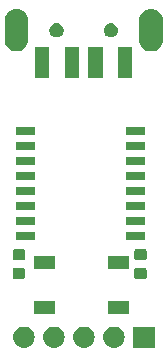
<source format=gbr>
G04 #@! TF.GenerationSoftware,KiCad,Pcbnew,5.0.2+dfsg1-1*
G04 #@! TF.CreationDate,2019-02-05T15:33:20+03:00*
G04 #@! TF.ProjectId,EvilKeys,4576696c-4b65-4797-932e-6b696361645f,1.0*
G04 #@! TF.SameCoordinates,PX7bfa480PY42c1d80*
G04 #@! TF.FileFunction,Soldermask,Top*
G04 #@! TF.FilePolarity,Negative*
%FSLAX46Y46*%
G04 Gerber Fmt 4.6, Leading zero omitted, Abs format (unit mm)*
G04 Created by KiCad (PCBNEW 5.0.2+dfsg1-1) date Tue 05 Feb 2019 03:33:20 PM MSK*
%MOMM*%
%LPD*%
G01*
G04 APERTURE LIST*
%ADD10C,0.100000*%
G04 APERTURE END LIST*
D10*
G36*
X2616430Y-28213022D02*
X2786084Y-28264486D01*
X2942428Y-28348054D01*
X3079475Y-28460525D01*
X3191946Y-28597572D01*
X3275514Y-28753916D01*
X3326978Y-28923570D01*
X3344354Y-29100000D01*
X3326978Y-29276430D01*
X3275514Y-29446084D01*
X3191946Y-29602428D01*
X3079475Y-29739475D01*
X2942428Y-29851946D01*
X2786084Y-29935514D01*
X2616430Y-29986978D01*
X2484211Y-30000000D01*
X2395789Y-30000000D01*
X2263570Y-29986978D01*
X2093916Y-29935514D01*
X1937572Y-29851946D01*
X1800525Y-29739475D01*
X1688054Y-29602428D01*
X1604486Y-29446084D01*
X1553022Y-29276430D01*
X1535646Y-29100000D01*
X1553022Y-28923570D01*
X1604486Y-28753916D01*
X1688054Y-28597572D01*
X1800525Y-28460525D01*
X1937572Y-28348054D01*
X2093916Y-28264486D01*
X2263570Y-28213022D01*
X2395789Y-28200000D01*
X2484211Y-28200000D01*
X2616430Y-28213022D01*
X2616430Y-28213022D01*
G37*
G36*
X10236430Y-28213022D02*
X10406084Y-28264486D01*
X10562428Y-28348054D01*
X10699475Y-28460525D01*
X10811946Y-28597572D01*
X10895514Y-28753916D01*
X10946978Y-28923570D01*
X10964354Y-29100000D01*
X10946978Y-29276430D01*
X10895514Y-29446084D01*
X10811946Y-29602428D01*
X10699475Y-29739475D01*
X10562428Y-29851946D01*
X10406084Y-29935514D01*
X10236430Y-29986978D01*
X10104211Y-30000000D01*
X10015789Y-30000000D01*
X9883570Y-29986978D01*
X9713916Y-29935514D01*
X9557572Y-29851946D01*
X9420525Y-29739475D01*
X9308054Y-29602428D01*
X9224486Y-29446084D01*
X9173022Y-29276430D01*
X9155646Y-29100000D01*
X9173022Y-28923570D01*
X9224486Y-28753916D01*
X9308054Y-28597572D01*
X9420525Y-28460525D01*
X9557572Y-28348054D01*
X9713916Y-28264486D01*
X9883570Y-28213022D01*
X10015789Y-28200000D01*
X10104211Y-28200000D01*
X10236430Y-28213022D01*
X10236430Y-28213022D01*
G37*
G36*
X13500000Y-30000000D02*
X11700000Y-30000000D01*
X11700000Y-28200000D01*
X13500000Y-28200000D01*
X13500000Y-30000000D01*
X13500000Y-30000000D01*
G37*
G36*
X7696430Y-28213022D02*
X7866084Y-28264486D01*
X8022428Y-28348054D01*
X8159475Y-28460525D01*
X8271946Y-28597572D01*
X8355514Y-28753916D01*
X8406978Y-28923570D01*
X8424354Y-29100000D01*
X8406978Y-29276430D01*
X8355514Y-29446084D01*
X8271946Y-29602428D01*
X8159475Y-29739475D01*
X8022428Y-29851946D01*
X7866084Y-29935514D01*
X7696430Y-29986978D01*
X7564211Y-30000000D01*
X7475789Y-30000000D01*
X7343570Y-29986978D01*
X7173916Y-29935514D01*
X7017572Y-29851946D01*
X6880525Y-29739475D01*
X6768054Y-29602428D01*
X6684486Y-29446084D01*
X6633022Y-29276430D01*
X6615646Y-29100000D01*
X6633022Y-28923570D01*
X6684486Y-28753916D01*
X6768054Y-28597572D01*
X6880525Y-28460525D01*
X7017572Y-28348054D01*
X7173916Y-28264486D01*
X7343570Y-28213022D01*
X7475789Y-28200000D01*
X7564211Y-28200000D01*
X7696430Y-28213022D01*
X7696430Y-28213022D01*
G37*
G36*
X5156430Y-28213022D02*
X5326084Y-28264486D01*
X5482428Y-28348054D01*
X5619475Y-28460525D01*
X5731946Y-28597572D01*
X5815514Y-28753916D01*
X5866978Y-28923570D01*
X5884354Y-29100000D01*
X5866978Y-29276430D01*
X5815514Y-29446084D01*
X5731946Y-29602428D01*
X5619475Y-29739475D01*
X5482428Y-29851946D01*
X5326084Y-29935514D01*
X5156430Y-29986978D01*
X5024211Y-30000000D01*
X4935789Y-30000000D01*
X4803570Y-29986978D01*
X4633916Y-29935514D01*
X4477572Y-29851946D01*
X4340525Y-29739475D01*
X4228054Y-29602428D01*
X4144486Y-29446084D01*
X4093022Y-29276430D01*
X4075646Y-29100000D01*
X4093022Y-28923570D01*
X4144486Y-28753916D01*
X4228054Y-28597572D01*
X4340525Y-28460525D01*
X4477572Y-28348054D01*
X4633916Y-28264486D01*
X4803570Y-28213022D01*
X4935789Y-28200000D01*
X5024211Y-28200000D01*
X5156430Y-28213022D01*
X5156430Y-28213022D01*
G37*
G36*
X5050000Y-27150000D02*
X3250000Y-27150000D01*
X3250000Y-26050000D01*
X5050000Y-26050000D01*
X5050000Y-27150000D01*
X5050000Y-27150000D01*
G37*
G36*
X11350000Y-27150000D02*
X9550000Y-27150000D01*
X9550000Y-26050000D01*
X11350000Y-26050000D01*
X11350000Y-27150000D01*
X11350000Y-27150000D01*
G37*
G36*
X12656908Y-23204343D02*
X12696004Y-23216203D01*
X12732040Y-23235465D01*
X12763619Y-23261381D01*
X12789535Y-23292960D01*
X12808797Y-23328996D01*
X12820657Y-23368092D01*
X12825000Y-23412189D01*
X12825000Y-23962811D01*
X12820657Y-24006908D01*
X12808797Y-24046004D01*
X12789535Y-24082040D01*
X12763619Y-24113619D01*
X12732040Y-24139535D01*
X12696004Y-24158797D01*
X12656908Y-24170657D01*
X12612811Y-24175000D01*
X11987189Y-24175000D01*
X11943092Y-24170657D01*
X11903996Y-24158797D01*
X11867960Y-24139535D01*
X11836381Y-24113619D01*
X11810465Y-24082040D01*
X11791203Y-24046004D01*
X11779343Y-24006908D01*
X11775000Y-23962811D01*
X11775000Y-23412189D01*
X11779343Y-23368092D01*
X11791203Y-23328996D01*
X11810465Y-23292960D01*
X11836381Y-23261381D01*
X11867960Y-23235465D01*
X11903996Y-23216203D01*
X11943092Y-23204343D01*
X11987189Y-23200000D01*
X12612811Y-23200000D01*
X12656908Y-23204343D01*
X12656908Y-23204343D01*
G37*
G36*
X2356908Y-23204343D02*
X2396004Y-23216203D01*
X2432040Y-23235465D01*
X2463619Y-23261381D01*
X2489535Y-23292960D01*
X2508797Y-23328996D01*
X2520657Y-23368092D01*
X2525000Y-23412189D01*
X2525000Y-23962811D01*
X2520657Y-24006908D01*
X2508797Y-24046004D01*
X2489535Y-24082040D01*
X2463619Y-24113619D01*
X2432040Y-24139535D01*
X2396004Y-24158797D01*
X2356908Y-24170657D01*
X2312811Y-24175000D01*
X1687189Y-24175000D01*
X1643092Y-24170657D01*
X1603996Y-24158797D01*
X1567960Y-24139535D01*
X1536381Y-24113619D01*
X1510465Y-24082040D01*
X1491203Y-24046004D01*
X1479343Y-24006908D01*
X1475000Y-23962811D01*
X1475000Y-23412189D01*
X1479343Y-23368092D01*
X1491203Y-23328996D01*
X1510465Y-23292960D01*
X1536381Y-23261381D01*
X1567960Y-23235465D01*
X1603996Y-23216203D01*
X1643092Y-23204343D01*
X1687189Y-23200000D01*
X2312811Y-23200000D01*
X2356908Y-23204343D01*
X2356908Y-23204343D01*
G37*
G36*
X11350000Y-23350000D02*
X9550000Y-23350000D01*
X9550000Y-22250000D01*
X11350000Y-22250000D01*
X11350000Y-23350000D01*
X11350000Y-23350000D01*
G37*
G36*
X5050000Y-23350000D02*
X3250000Y-23350000D01*
X3250000Y-22250000D01*
X5050000Y-22250000D01*
X5050000Y-23350000D01*
X5050000Y-23350000D01*
G37*
G36*
X2356908Y-21629343D02*
X2396004Y-21641203D01*
X2432040Y-21660465D01*
X2463619Y-21686381D01*
X2489535Y-21717960D01*
X2508797Y-21753996D01*
X2520657Y-21793092D01*
X2525000Y-21837189D01*
X2525000Y-22387811D01*
X2520657Y-22431908D01*
X2508797Y-22471004D01*
X2489535Y-22507040D01*
X2463619Y-22538619D01*
X2432040Y-22564535D01*
X2396004Y-22583797D01*
X2356908Y-22595657D01*
X2312811Y-22600000D01*
X1687189Y-22600000D01*
X1643092Y-22595657D01*
X1603996Y-22583797D01*
X1567960Y-22564535D01*
X1536381Y-22538619D01*
X1510465Y-22507040D01*
X1491203Y-22471004D01*
X1479343Y-22431908D01*
X1475000Y-22387811D01*
X1475000Y-21837189D01*
X1479343Y-21793092D01*
X1491203Y-21753996D01*
X1510465Y-21717960D01*
X1536381Y-21686381D01*
X1567960Y-21660465D01*
X1603996Y-21641203D01*
X1643092Y-21629343D01*
X1687189Y-21625000D01*
X2312811Y-21625000D01*
X2356908Y-21629343D01*
X2356908Y-21629343D01*
G37*
G36*
X12656908Y-21629343D02*
X12696004Y-21641203D01*
X12732040Y-21660465D01*
X12763619Y-21686381D01*
X12789535Y-21717960D01*
X12808797Y-21753996D01*
X12820657Y-21793092D01*
X12825000Y-21837189D01*
X12825000Y-22387811D01*
X12820657Y-22431908D01*
X12808797Y-22471004D01*
X12789535Y-22507040D01*
X12763619Y-22538619D01*
X12732040Y-22564535D01*
X12696004Y-22583797D01*
X12656908Y-22595657D01*
X12612811Y-22600000D01*
X11987189Y-22600000D01*
X11943092Y-22595657D01*
X11903996Y-22583797D01*
X11867960Y-22564535D01*
X11836381Y-22538619D01*
X11810465Y-22507040D01*
X11791203Y-22471004D01*
X11779343Y-22431908D01*
X11775000Y-22387811D01*
X11775000Y-21837189D01*
X11779343Y-21793092D01*
X11791203Y-21753996D01*
X11810465Y-21717960D01*
X11836381Y-21686381D01*
X11867960Y-21660465D01*
X11903996Y-21641203D01*
X11943092Y-21629343D01*
X11987189Y-21625000D01*
X12612811Y-21625000D01*
X12656908Y-21629343D01*
X12656908Y-21629343D01*
G37*
G36*
X3350000Y-20895000D02*
X1750000Y-20895000D01*
X1750000Y-20195000D01*
X3350000Y-20195000D01*
X3350000Y-20895000D01*
X3350000Y-20895000D01*
G37*
G36*
X12650000Y-20895000D02*
X11050000Y-20895000D01*
X11050000Y-20195000D01*
X12650000Y-20195000D01*
X12650000Y-20895000D01*
X12650000Y-20895000D01*
G37*
G36*
X3350000Y-19625000D02*
X1750000Y-19625000D01*
X1750000Y-18925000D01*
X3350000Y-18925000D01*
X3350000Y-19625000D01*
X3350000Y-19625000D01*
G37*
G36*
X12650000Y-19625000D02*
X11050000Y-19625000D01*
X11050000Y-18925000D01*
X12650000Y-18925000D01*
X12650000Y-19625000D01*
X12650000Y-19625000D01*
G37*
G36*
X3350000Y-18355000D02*
X1750000Y-18355000D01*
X1750000Y-17655000D01*
X3350000Y-17655000D01*
X3350000Y-18355000D01*
X3350000Y-18355000D01*
G37*
G36*
X12650000Y-18355000D02*
X11050000Y-18355000D01*
X11050000Y-17655000D01*
X12650000Y-17655000D01*
X12650000Y-18355000D01*
X12650000Y-18355000D01*
G37*
G36*
X12650000Y-17085000D02*
X11050000Y-17085000D01*
X11050000Y-16385000D01*
X12650000Y-16385000D01*
X12650000Y-17085000D01*
X12650000Y-17085000D01*
G37*
G36*
X3350000Y-17085000D02*
X1750000Y-17085000D01*
X1750000Y-16385000D01*
X3350000Y-16385000D01*
X3350000Y-17085000D01*
X3350000Y-17085000D01*
G37*
G36*
X12650000Y-15815000D02*
X11050000Y-15815000D01*
X11050000Y-15115000D01*
X12650000Y-15115000D01*
X12650000Y-15815000D01*
X12650000Y-15815000D01*
G37*
G36*
X3350000Y-15815000D02*
X1750000Y-15815000D01*
X1750000Y-15115000D01*
X3350000Y-15115000D01*
X3350000Y-15815000D01*
X3350000Y-15815000D01*
G37*
G36*
X3350000Y-14545000D02*
X1750000Y-14545000D01*
X1750000Y-13845000D01*
X3350000Y-13845000D01*
X3350000Y-14545000D01*
X3350000Y-14545000D01*
G37*
G36*
X12650000Y-14545000D02*
X11050000Y-14545000D01*
X11050000Y-13845000D01*
X12650000Y-13845000D01*
X12650000Y-14545000D01*
X12650000Y-14545000D01*
G37*
G36*
X3350000Y-13275000D02*
X1750000Y-13275000D01*
X1750000Y-12575000D01*
X3350000Y-12575000D01*
X3350000Y-13275000D01*
X3350000Y-13275000D01*
G37*
G36*
X12650000Y-13275000D02*
X11050000Y-13275000D01*
X11050000Y-12575000D01*
X12650000Y-12575000D01*
X12650000Y-13275000D01*
X12650000Y-13275000D01*
G37*
G36*
X3350000Y-12005000D02*
X1750000Y-12005000D01*
X1750000Y-11305000D01*
X3350000Y-11305000D01*
X3350000Y-12005000D01*
X3350000Y-12005000D01*
G37*
G36*
X12650000Y-12005000D02*
X11050000Y-12005000D01*
X11050000Y-11305000D01*
X12650000Y-11305000D01*
X12650000Y-12005000D01*
X12650000Y-12005000D01*
G37*
G36*
X4600000Y-7150000D02*
X3400000Y-7150000D01*
X3400000Y-4550000D01*
X4600000Y-4550000D01*
X4600000Y-7150000D01*
X4600000Y-7150000D01*
G37*
G36*
X9100000Y-7150000D02*
X7900000Y-7150000D01*
X7900000Y-4550000D01*
X9100000Y-4550000D01*
X9100000Y-7150000D01*
X9100000Y-7150000D01*
G37*
G36*
X11600000Y-7150000D02*
X10400000Y-7150000D01*
X10400000Y-4550000D01*
X11600000Y-4550000D01*
X11600000Y-7150000D01*
X11600000Y-7150000D01*
G37*
G36*
X7100000Y-7150000D02*
X5900000Y-7150000D01*
X5900000Y-4550000D01*
X7100000Y-4550000D01*
X7100000Y-7150000D01*
X7100000Y-7150000D01*
G37*
G36*
X13396033Y-1314469D02*
X13584532Y-1371650D01*
X13584534Y-1371651D01*
X13758258Y-1464508D01*
X13758259Y-1464509D01*
X13758261Y-1464510D01*
X13910528Y-1589472D01*
X14035493Y-1741743D01*
X14128349Y-1915463D01*
X14185531Y-2103966D01*
X14200000Y-2250875D01*
X14200000Y-3949125D01*
X14185531Y-4096034D01*
X14128349Y-4284537D01*
X14035493Y-4458257D01*
X13910528Y-4610528D01*
X13758257Y-4735493D01*
X13584537Y-4828349D01*
X13396034Y-4885531D01*
X13200000Y-4904838D01*
X13003967Y-4885531D01*
X12815464Y-4828349D01*
X12641744Y-4735493D01*
X12489473Y-4610528D01*
X12364508Y-4458257D01*
X12271652Y-4284537D01*
X12214469Y-4096034D01*
X12200000Y-3949125D01*
X12200000Y-2250876D01*
X12214469Y-2103967D01*
X12271650Y-1915468D01*
X12271653Y-1915463D01*
X12364508Y-1741742D01*
X12489472Y-1589472D01*
X12641743Y-1464507D01*
X12815463Y-1371651D01*
X13003966Y-1314469D01*
X13200000Y-1295162D01*
X13396033Y-1314469D01*
X13396033Y-1314469D01*
G37*
G36*
X1996033Y-1314469D02*
X2184532Y-1371650D01*
X2184534Y-1371651D01*
X2358258Y-1464508D01*
X2358259Y-1464509D01*
X2358261Y-1464510D01*
X2510528Y-1589472D01*
X2635493Y-1741743D01*
X2728349Y-1915463D01*
X2785531Y-2103966D01*
X2800000Y-2250875D01*
X2800000Y-3949125D01*
X2785531Y-4096034D01*
X2728349Y-4284537D01*
X2635493Y-4458257D01*
X2510528Y-4610528D01*
X2358257Y-4735493D01*
X2184537Y-4828349D01*
X1996034Y-4885531D01*
X1800000Y-4904838D01*
X1603967Y-4885531D01*
X1415464Y-4828349D01*
X1241744Y-4735493D01*
X1089473Y-4610528D01*
X964508Y-4458257D01*
X871652Y-4284537D01*
X814469Y-4096034D01*
X800000Y-3949125D01*
X800000Y-2250876D01*
X814469Y-2103967D01*
X871650Y-1915468D01*
X871653Y-1915463D01*
X964508Y-1741742D01*
X1089472Y-1589472D01*
X1241743Y-1464507D01*
X1415463Y-1371651D01*
X1603966Y-1314469D01*
X1800000Y-1295162D01*
X1996033Y-1314469D01*
X1996033Y-1314469D01*
G37*
G36*
X5375011Y-2523057D02*
X5375013Y-2523058D01*
X5375014Y-2523058D01*
X5484207Y-2568287D01*
X5484208Y-2568288D01*
X5582481Y-2633952D01*
X5666048Y-2717519D01*
X5666050Y-2717522D01*
X5731713Y-2815793D01*
X5776942Y-2924986D01*
X5800000Y-3040905D01*
X5800000Y-3159095D01*
X5776942Y-3275014D01*
X5731713Y-3384207D01*
X5731712Y-3384208D01*
X5666048Y-3482481D01*
X5582481Y-3566048D01*
X5582478Y-3566050D01*
X5484207Y-3631713D01*
X5375014Y-3676942D01*
X5375013Y-3676942D01*
X5375011Y-3676943D01*
X5259095Y-3700000D01*
X5140905Y-3700000D01*
X5024989Y-3676943D01*
X5024987Y-3676942D01*
X5024986Y-3676942D01*
X4915793Y-3631713D01*
X4817522Y-3566050D01*
X4817519Y-3566048D01*
X4733952Y-3482481D01*
X4668288Y-3384208D01*
X4668287Y-3384207D01*
X4623058Y-3275014D01*
X4600000Y-3159095D01*
X4600000Y-3040905D01*
X4623058Y-2924986D01*
X4668287Y-2815793D01*
X4733950Y-2717522D01*
X4733952Y-2717519D01*
X4817519Y-2633952D01*
X4915792Y-2568288D01*
X4915793Y-2568287D01*
X5024986Y-2523058D01*
X5024987Y-2523058D01*
X5024989Y-2523057D01*
X5140905Y-2500000D01*
X5259095Y-2500000D01*
X5375011Y-2523057D01*
X5375011Y-2523057D01*
G37*
G36*
X9975011Y-2523057D02*
X9975013Y-2523058D01*
X9975014Y-2523058D01*
X10084207Y-2568287D01*
X10084208Y-2568288D01*
X10182481Y-2633952D01*
X10266048Y-2717519D01*
X10266050Y-2717522D01*
X10331713Y-2815793D01*
X10376942Y-2924986D01*
X10400000Y-3040905D01*
X10400000Y-3159095D01*
X10376942Y-3275014D01*
X10331713Y-3384207D01*
X10331712Y-3384208D01*
X10266048Y-3482481D01*
X10182481Y-3566048D01*
X10182478Y-3566050D01*
X10084207Y-3631713D01*
X9975014Y-3676942D01*
X9975013Y-3676942D01*
X9975011Y-3676943D01*
X9859095Y-3700000D01*
X9740905Y-3700000D01*
X9624989Y-3676943D01*
X9624987Y-3676942D01*
X9624986Y-3676942D01*
X9515793Y-3631713D01*
X9417522Y-3566050D01*
X9417519Y-3566048D01*
X9333952Y-3482481D01*
X9268288Y-3384208D01*
X9268287Y-3384207D01*
X9223058Y-3275014D01*
X9200000Y-3159095D01*
X9200000Y-3040905D01*
X9223058Y-2924986D01*
X9268287Y-2815793D01*
X9333950Y-2717522D01*
X9333952Y-2717519D01*
X9417519Y-2633952D01*
X9515792Y-2568288D01*
X9515793Y-2568287D01*
X9624986Y-2523058D01*
X9624987Y-2523058D01*
X9624989Y-2523057D01*
X9740905Y-2500000D01*
X9859095Y-2500000D01*
X9975011Y-2523057D01*
X9975011Y-2523057D01*
G37*
M02*

</source>
